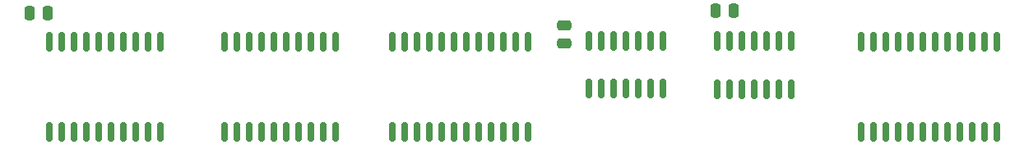
<source format=gbr>
%TF.GenerationSoftware,KiCad,Pcbnew,(6.0.0-0)*%
%TF.CreationDate,2022-09-15T22:17:49-04:00*%
%TF.ProjectId,CPU-Instruction-Decoder,4350552d-496e-4737-9472-756374696f6e,rev?*%
%TF.SameCoordinates,Original*%
%TF.FileFunction,Paste,Top*%
%TF.FilePolarity,Positive*%
%FSLAX46Y46*%
G04 Gerber Fmt 4.6, Leading zero omitted, Abs format (unit mm)*
G04 Created by KiCad (PCBNEW (6.0.0-0)) date 2022-09-15 22:17:49*
%MOMM*%
%LPD*%
G01*
G04 APERTURE LIST*
G04 Aperture macros list*
%AMRoundRect*
0 Rectangle with rounded corners*
0 $1 Rounding radius*
0 $2 $3 $4 $5 $6 $7 $8 $9 X,Y pos of 4 corners*
0 Add a 4 corners polygon primitive as box body*
4,1,4,$2,$3,$4,$5,$6,$7,$8,$9,$2,$3,0*
0 Add four circle primitives for the rounded corners*
1,1,$1+$1,$2,$3*
1,1,$1+$1,$4,$5*
1,1,$1+$1,$6,$7*
1,1,$1+$1,$8,$9*
0 Add four rect primitives between the rounded corners*
20,1,$1+$1,$2,$3,$4,$5,0*
20,1,$1+$1,$4,$5,$6,$7,0*
20,1,$1+$1,$6,$7,$8,$9,0*
20,1,$1+$1,$8,$9,$2,$3,0*%
G04 Aperture macros list end*
%ADD10RoundRect,0.150000X0.150000X-0.825000X0.150000X0.825000X-0.150000X0.825000X-0.150000X-0.825000X0*%
%ADD11RoundRect,0.150000X0.150000X-0.875000X0.150000X0.875000X-0.150000X0.875000X-0.150000X-0.875000X0*%
%ADD12RoundRect,0.250000X0.250000X0.475000X-0.250000X0.475000X-0.250000X-0.475000X0.250000X-0.475000X0*%
%ADD13RoundRect,0.250000X0.475000X-0.250000X0.475000X0.250000X-0.475000X0.250000X-0.475000X-0.250000X0*%
%ADD14RoundRect,0.250000X-0.250000X-0.475000X0.250000X-0.475000X0.250000X0.475000X-0.250000X0.475000X0*%
G04 APERTURE END LIST*
D10*
%TO.C,U3*%
X304546000Y-215392000D03*
X305816000Y-215392000D03*
X307086000Y-215392000D03*
X308356000Y-215392000D03*
X309626000Y-215392000D03*
X310896000Y-215392000D03*
X312166000Y-215392000D03*
X312166000Y-210442000D03*
X310896000Y-210442000D03*
X309626000Y-210442000D03*
X308356000Y-210442000D03*
X307086000Y-210442000D03*
X305816000Y-210442000D03*
X304546000Y-210442000D03*
%TD*%
D11*
%TO.C,U11*%
X253873000Y-210488000D03*
X255143000Y-210488000D03*
X256413000Y-210488000D03*
X257683000Y-210488000D03*
X258953000Y-210488000D03*
X260223000Y-210488000D03*
X261493000Y-210488000D03*
X262763000Y-210488000D03*
X264033000Y-210488000D03*
X265303000Y-210488000D03*
X265303000Y-219788000D03*
X264033000Y-219788000D03*
X262763000Y-219788000D03*
X261493000Y-219788000D03*
X260223000Y-219788000D03*
X258953000Y-219788000D03*
X257683000Y-219788000D03*
X256413000Y-219788000D03*
X255143000Y-219788000D03*
X253873000Y-219788000D03*
%TD*%
D12*
%TO.C,C1*%
X233746000Y-207518000D03*
X235646000Y-207518000D03*
%TD*%
D13*
%TO.C,C2*%
X288798000Y-208788000D03*
X288798000Y-210688000D03*
%TD*%
D11*
%TO.C,U7*%
X271145000Y-219788000D03*
X272415000Y-219788000D03*
X273685000Y-219788000D03*
X274955000Y-219788000D03*
X276225000Y-219788000D03*
X277495000Y-219788000D03*
X278765000Y-219788000D03*
X280035000Y-219788000D03*
X281305000Y-219788000D03*
X282575000Y-219788000D03*
X283845000Y-219788000D03*
X285115000Y-219788000D03*
X285115000Y-210488000D03*
X283845000Y-210488000D03*
X282575000Y-210488000D03*
X281305000Y-210488000D03*
X280035000Y-210488000D03*
X278765000Y-210488000D03*
X277495000Y-210488000D03*
X276225000Y-210488000D03*
X274955000Y-210488000D03*
X273685000Y-210488000D03*
X272415000Y-210488000D03*
X271145000Y-210488000D03*
%TD*%
D10*
%TO.C,U5*%
X291338000Y-215327000D03*
X292608000Y-215327000D03*
X293878000Y-215327000D03*
X295148000Y-215327000D03*
X296418000Y-215327000D03*
X297688000Y-215327000D03*
X298958000Y-215327000D03*
X298958000Y-210377000D03*
X297688000Y-210377000D03*
X296418000Y-210377000D03*
X295148000Y-210377000D03*
X293878000Y-210377000D03*
X292608000Y-210377000D03*
X291338000Y-210377000D03*
%TD*%
D11*
%TO.C,U2*%
X319405000Y-219788000D03*
X320675000Y-219788000D03*
X321945000Y-219788000D03*
X323215000Y-219788000D03*
X324485000Y-219788000D03*
X325755000Y-219788000D03*
X327025000Y-219788000D03*
X328295000Y-219788000D03*
X329565000Y-219788000D03*
X330835000Y-219788000D03*
X332105000Y-219788000D03*
X333375000Y-219788000D03*
X333375000Y-210488000D03*
X332105000Y-210488000D03*
X330835000Y-210488000D03*
X329565000Y-210488000D03*
X328295000Y-210488000D03*
X327025000Y-210488000D03*
X325755000Y-210488000D03*
X324485000Y-210488000D03*
X323215000Y-210488000D03*
X321945000Y-210488000D03*
X320675000Y-210488000D03*
X319405000Y-210488000D03*
%TD*%
D14*
%TO.C,C3*%
X304358000Y-207264000D03*
X306258000Y-207264000D03*
%TD*%
D11*
%TO.C,U12*%
X235839000Y-219788000D03*
X237109000Y-219788000D03*
X238379000Y-219788000D03*
X239649000Y-219788000D03*
X240919000Y-219788000D03*
X242189000Y-219788000D03*
X243459000Y-219788000D03*
X244729000Y-219788000D03*
X245999000Y-219788000D03*
X247269000Y-219788000D03*
X247269000Y-210488000D03*
X245999000Y-210488000D03*
X244729000Y-210488000D03*
X243459000Y-210488000D03*
X242189000Y-210488000D03*
X240919000Y-210488000D03*
X239649000Y-210488000D03*
X238379000Y-210488000D03*
X237109000Y-210488000D03*
X235839000Y-210488000D03*
%TD*%
M02*

</source>
